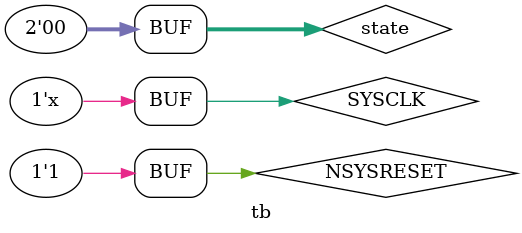
<source format=v>


`timescale 100ms/1ms

module tb;

parameter SYSCLK_PERIOD = 1;// 10Hz
parameter SEC = 10;
parameter MIN = 60*SEC;
parameter HOUR = 60*MIN;
parameter DAY = 24*HOUR;



reg SYSCLK;
reg NSYSRESET;

reg [3:0] h1, h0, m1, m0;
reg [1:0] state, mode;

initial
begin
    SYSCLK = 0;
    NSYSRESET = 0;
    state = 0;
end

//////////////////////////////////////////////////////////////////////
// Clock Driver
//////////////////////////////////////////////////////////////////////
always @(SYSCLK)
    #(SYSCLK_PERIOD / 2.0) SYSCLK <= !SYSCLK;


//////////////////////////////////////////////////////////////////////
// Instantiate Unit Under Test:  TimeCounter
//////////////////////////////////////////////////////////////////////
TimeCounter #(.MAX(10)) TimeCounter_0 (
    // Inputs
    .clk(SYSCLK), .reset(NSYSRESET), .buttonState(state),
    // Outputs
    .h1(h1), .h0(h0), .m1(m1), .m0(m0), .mode(mode)
);

  initial begin
      #(SYSCLK_PERIOD * 10 * SEC) NSYSRESET = 1;
  
      // Chỉnh thành 23:59;
      // Nhấn lâu 1 lần => chỉnh phút;
      state = 2;#1;
      state = 0;#9;
      
      // Nhấn ngắn 59 lần 
      state = 1; #59;
      state = 0; #1;
      
      // Nhấn lâu 1 lần => chỉnh giờ;
      state = 2; #1;
      state = 0; #9;
      
      // Nhấn ngắn 23 lần 
      state = 1; #23;
      state = 0; #7;
      
      // Nhấn lâu 1 lần => Đếm thời gian
      state = 2; #1;
      state = 0; #9;
      
      
      // Chạy 1 phút => 00:00
      #MIN;
      
      // Chạy 1 tiếng => 01:00
      #HOUR;
      
      // Chạy 1 Ngày => 01:00
      #DAY;
      
  end

endmodule


</source>
